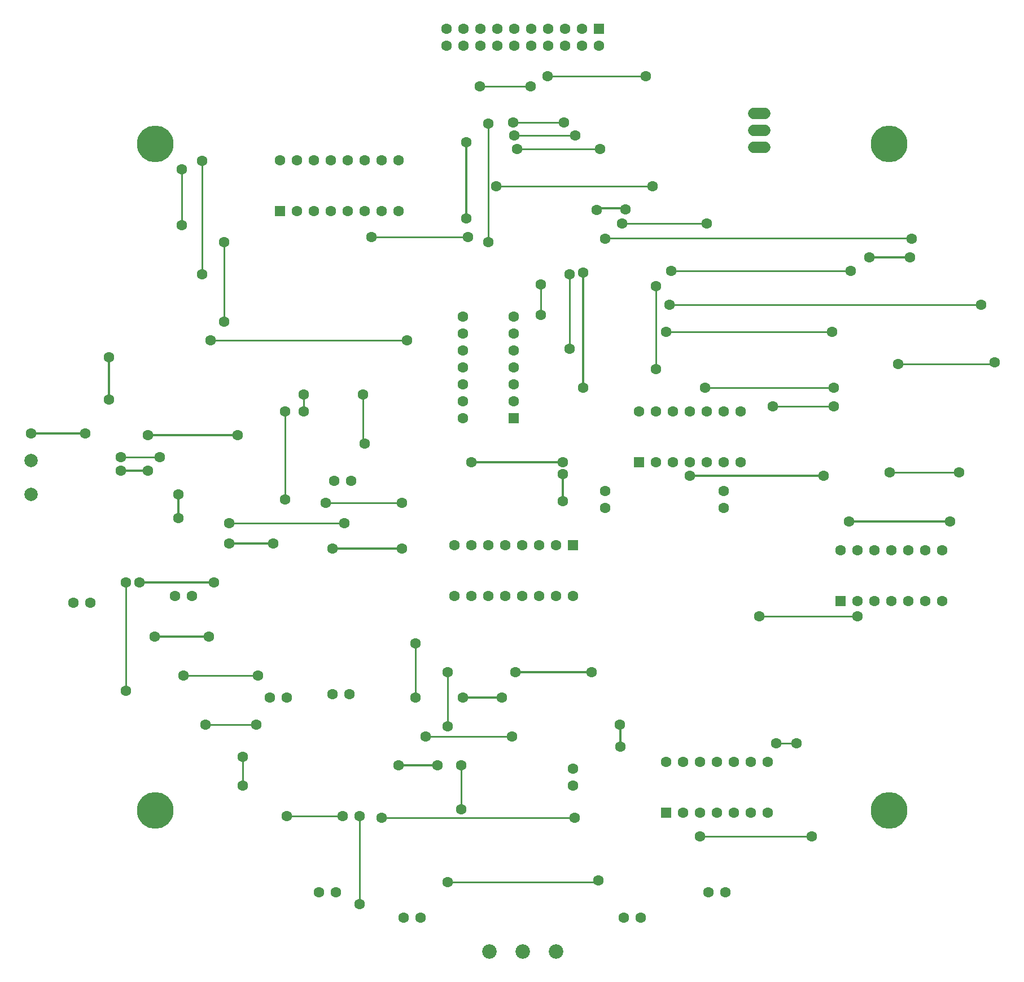
<source format=gbr>
G04 EAGLE Gerber RS-274X export*
G75*
%MOMM*%
%FSLAX34Y34*%
%LPD*%
%INTop Copper*%
%IPPOS*%
%AMOC8*
5,1,8,0,0,1.08239X$1,22.5*%
G01*
%ADD10C,1.600000*%
%ADD11C,1.676400*%
%ADD12R,1.600000X1.600000*%
%ADD13C,2.184400*%
%ADD14C,2.000000*%
%ADD15C,0.300000*%
%ADD16C,0.254000*%
%ADD17C,5.500000*%


D10*
X876300Y363220D03*
X876300Y337820D03*
X518160Y795020D03*
X543560Y795020D03*
X421640Y469900D03*
X447040Y469900D03*
X515620Y474980D03*
X541020Y474980D03*
X152400Y612140D03*
X127000Y612140D03*
X279400Y622300D03*
X304800Y622300D03*
X924560Y779780D03*
X924560Y754380D03*
X1102360Y779780D03*
X1102360Y754380D03*
X495300Y177800D03*
X520700Y177800D03*
X622300Y139700D03*
X647700Y139700D03*
X952500Y139700D03*
X977900Y139700D03*
X1079500Y177800D03*
X1104900Y177800D03*
D11*
X1147318Y1295400D02*
X1164082Y1295400D01*
X1164082Y1320800D02*
X1147318Y1320800D01*
X1147318Y1346200D02*
X1164082Y1346200D01*
D12*
X436466Y1199729D03*
D10*
X461866Y1199729D03*
X487266Y1199729D03*
X512666Y1199729D03*
X538066Y1199729D03*
X563466Y1199729D03*
X588866Y1199729D03*
X614266Y1199729D03*
X614266Y1275929D03*
X588866Y1275929D03*
X563466Y1275929D03*
X538066Y1275929D03*
X512666Y1275929D03*
X487266Y1275929D03*
X461866Y1275929D03*
X436466Y1275929D03*
D12*
X1277620Y614680D03*
D10*
X1303020Y614680D03*
X1328420Y614680D03*
X1353820Y614680D03*
X1379220Y614680D03*
X1404620Y614680D03*
X1430020Y614680D03*
X1430020Y690880D03*
X1404620Y690880D03*
X1379220Y690880D03*
X1353820Y690880D03*
X1328420Y690880D03*
X1303020Y690880D03*
X1277620Y690880D03*
D12*
X876300Y698500D03*
D10*
X850900Y698500D03*
X825500Y698500D03*
X800100Y698500D03*
X774700Y698500D03*
X749300Y698500D03*
X723900Y698500D03*
X698500Y698500D03*
X698500Y622300D03*
X723900Y622300D03*
X749300Y622300D03*
X774700Y622300D03*
X800100Y622300D03*
X825500Y622300D03*
X850900Y622300D03*
X876300Y622300D03*
D12*
X1016000Y297180D03*
D10*
X1041400Y297180D03*
X1066800Y297180D03*
X1092200Y297180D03*
X1117600Y297180D03*
X1143000Y297180D03*
X1168400Y297180D03*
X1168400Y373380D03*
X1143000Y373380D03*
X1117600Y373380D03*
X1092200Y373380D03*
X1066800Y373380D03*
X1041400Y373380D03*
X1016000Y373380D03*
D12*
X787400Y889000D03*
D10*
X787400Y914400D03*
X787400Y939800D03*
X787400Y965200D03*
X787400Y990600D03*
X787400Y1016000D03*
X787400Y1041400D03*
X711200Y1041400D03*
X711200Y1016000D03*
X711200Y990600D03*
X711200Y965200D03*
X711200Y939800D03*
X711200Y914400D03*
X711200Y889000D03*
D12*
X975360Y822960D03*
D10*
X1000760Y822960D03*
X1026160Y822960D03*
X1051560Y822960D03*
X1076960Y822960D03*
X1102360Y822960D03*
X1127760Y822960D03*
X1127760Y899160D03*
X1102360Y899160D03*
X1076960Y899160D03*
X1051560Y899160D03*
X1026160Y899160D03*
X1000760Y899160D03*
X975360Y899160D03*
D13*
X750619Y88863D03*
X800619Y88863D03*
X850619Y88863D03*
D14*
X63500Y825500D03*
X63500Y774700D03*
D12*
X915060Y1473200D03*
D10*
X915060Y1447800D03*
X889660Y1473200D03*
X889660Y1447800D03*
X864260Y1473200D03*
X864260Y1447800D03*
X838860Y1473200D03*
X838860Y1447800D03*
X813460Y1473200D03*
X813460Y1447800D03*
X788060Y1473200D03*
X788060Y1447800D03*
X762660Y1473200D03*
X762660Y1447800D03*
X737260Y1473200D03*
X737260Y1447800D03*
X711860Y1473200D03*
X711860Y1447800D03*
X686460Y1473200D03*
X686460Y1447800D03*
X284480Y739140D03*
D15*
X284480Y774700D01*
D10*
X284480Y774700D03*
X180340Y916940D03*
D15*
X180340Y980440D01*
D10*
X180340Y980440D03*
X716280Y1303020D03*
D15*
X716280Y1188720D01*
D10*
X716280Y1188720D03*
X789940Y508000D03*
D15*
X904240Y508000D01*
D10*
X904240Y508000D03*
X723900Y822960D03*
D15*
X861060Y822960D01*
D10*
X861060Y822960D03*
X1320800Y1130300D03*
D15*
X1381760Y1130300D01*
D10*
X1381760Y1130300D03*
X1290320Y734060D03*
D15*
X1441830Y734060D01*
D10*
X1441830Y734060D03*
X1051560Y802640D03*
D15*
X1252220Y802640D01*
D10*
X1252220Y802640D03*
X947420Y396240D03*
D15*
X947420Y427798D01*
X946689Y428529D01*
D10*
X946689Y428529D03*
X614680Y368300D03*
D15*
X673100Y368300D01*
D10*
X673100Y368300D03*
X426720Y701040D03*
D15*
X360680Y701040D01*
D10*
X360680Y701040D03*
X238760Y810260D03*
D15*
X198120Y810260D01*
D10*
X198120Y810260D03*
X144780Y866140D03*
D15*
X63500Y866140D01*
D10*
X63500Y866140D03*
X226060Y642620D03*
D15*
X337820Y642620D01*
D10*
X337820Y642620D03*
X373380Y863600D03*
D15*
X238760Y863600D01*
D10*
X238760Y863600D03*
X515620Y693420D03*
D15*
X619760Y693420D01*
D10*
X619760Y693420D03*
X861060Y764540D03*
D15*
X861060Y805180D01*
D10*
X861060Y805180D03*
X955358Y1202180D03*
D15*
X953578Y1203960D01*
X914400Y1203960D01*
X911860Y1201420D01*
D10*
X911860Y1201420D03*
X891540Y1107440D03*
D15*
X891540Y934720D01*
D10*
X891540Y934720D03*
X711200Y469900D03*
D15*
X769620Y469900D01*
D10*
X769620Y469900D03*
X248920Y561340D03*
D15*
X330200Y561340D01*
D10*
X330200Y561340D03*
X655320Y411480D03*
D16*
X784860Y411480D01*
D10*
X784860Y411480D03*
X708660Y368300D03*
D16*
X708660Y302260D01*
D10*
X708660Y302260D03*
X1000760Y962660D03*
D16*
X1000760Y1087120D01*
D10*
X1000760Y1087120D03*
X1023620Y1109980D03*
D16*
X1292860Y1109980D01*
D10*
X1292860Y1109980D03*
X688340Y426720D03*
D16*
X688340Y508000D01*
D10*
X688340Y508000D03*
X838200Y1402080D03*
D16*
X985520Y1402080D01*
D10*
X985520Y1402080D03*
X1181100Y401320D03*
D16*
X1211580Y401320D01*
D10*
X1211580Y401320D03*
X1066800Y261620D03*
D16*
X1234440Y261620D01*
D10*
X1234440Y261620D03*
X627380Y1005840D03*
X332740Y1005840D03*
D16*
X627380Y1005840D01*
D10*
X530860Y292100D03*
D16*
X447040Y292100D01*
D10*
X447040Y292100D03*
X736600Y1386840D03*
D16*
X812800Y1386840D01*
D10*
X812800Y1386840D03*
X916940Y1292860D03*
D16*
X792480Y1292860D01*
D10*
X792480Y1292860D03*
X879500Y1312520D03*
D16*
X788202Y1312520D01*
X788131Y1312449D01*
D10*
X788131Y1312449D03*
X786130Y1332230D03*
X862990Y1332230D03*
D16*
X786130Y1332230D01*
D10*
X1176020Y906780D03*
D16*
X1267460Y906780D01*
D10*
X1267460Y906780D03*
X556260Y292100D03*
D16*
X556260Y160020D01*
D10*
X556260Y160020D03*
X1488440Y1059180D03*
D16*
X1021080Y1059180D01*
D10*
X1021080Y1059180D03*
X878840Y289560D03*
D16*
X589280Y289560D01*
D10*
X589280Y289560D03*
X1384300Y1158240D03*
X924560Y1158240D03*
D16*
X1383410Y1159130D02*
X1384300Y1158240D01*
X1383410Y1159130D02*
X925450Y1159130D01*
X924560Y1158240D01*
D10*
X688340Y193040D03*
D16*
X911860Y193040D01*
X914400Y195580D01*
D10*
X914400Y195580D03*
X749300Y1330960D03*
D16*
X749300Y1153160D01*
D10*
X749300Y1153160D03*
X640080Y551180D03*
D16*
X640080Y469900D01*
D10*
X640080Y469900D03*
X472440Y899160D03*
D16*
X472440Y924560D01*
D10*
X472440Y924560D03*
X444500Y899160D03*
D16*
X444500Y767080D01*
D10*
X444500Y767080D03*
X505460Y762000D03*
X619760Y762000D03*
D16*
X505460Y762000D01*
D10*
X320040Y1104900D03*
D16*
X320040Y1275080D01*
D10*
X320040Y1275080D03*
X563880Y850900D03*
D16*
X561340Y853440D01*
X561340Y924560D01*
D10*
X561340Y924560D03*
X403860Y502920D03*
X292100Y502920D03*
D16*
X403860Y502920D01*
D10*
X401320Y429260D03*
D16*
X325120Y429260D01*
D10*
X325120Y429260D03*
X871220Y1104900D03*
D16*
X871220Y993140D01*
D10*
X871220Y993140D03*
X1074420Y934720D03*
D16*
X1267460Y934720D01*
D10*
X1267460Y934720D03*
X1264920Y1018540D03*
D16*
X1016000Y1018540D01*
D10*
X1016000Y1018540D03*
X828040Y1043940D03*
D16*
X828040Y1089660D01*
D10*
X828040Y1089660D03*
X1351280Y807720D03*
D16*
X1455420Y807720D01*
D10*
X1455420Y807720D03*
X1155700Y591820D03*
D16*
X1303020Y591820D01*
D10*
X1303020Y591820D03*
X205740Y642620D03*
D16*
X205740Y480060D01*
D10*
X205740Y480060D03*
X1508760Y972820D03*
D16*
X1506220Y970280D01*
X1363980Y970280D01*
D10*
X1363980Y970280D03*
X289560Y1178560D03*
D16*
X289560Y1262380D01*
D10*
X289560Y1262380D03*
X949960Y1181100D03*
D16*
X1076960Y1181100D01*
D10*
X1076960Y1181100D03*
X761110Y1236980D03*
D16*
X995680Y1236980D01*
D10*
X995680Y1236980D03*
X353060Y1033780D03*
D16*
X353060Y1153160D01*
D10*
X353060Y1153160D03*
X381000Y381000D03*
D16*
X381000Y337820D01*
D10*
X381000Y337820D03*
X574040Y1160780D03*
D16*
X718820Y1160780D01*
D10*
X718820Y1160780D03*
D17*
X250000Y1300000D03*
X1350000Y1300000D03*
X250000Y300000D03*
X1350000Y300000D03*
D10*
X533400Y731520D03*
X198120Y830580D03*
D16*
X256540Y830580D01*
D10*
X256540Y830580D03*
X360680Y731520D03*
D16*
X533400Y731520D01*
M02*

</source>
